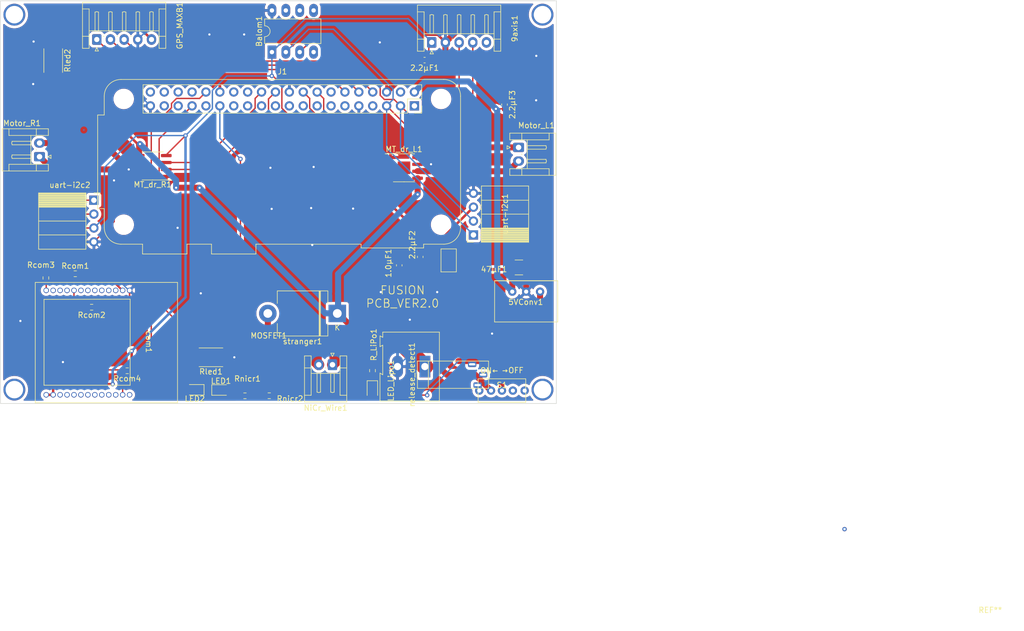
<source format=kicad_pcb>
(kicad_pcb (version 20211014) (generator pcbnew)
  (title_block (title "ARLISS_CanSat_PCB02") (date "2022-07-04") (company "FUSiON_NEO"))
  (layers (0 "F.Cu" signal) (31 "B.Cu" signal) (34 "B.Paste" user) (35 "F.Paste" user) (36 "B.SilkS" user "B.Silkscreen") (37 "F.SilkS" user "F.Silkscreen") (38 "B.Mask" user) (39 "F.Mask" user) (44 "Edge.Cuts" user))
  (net 0 "")
  (net 2 "Net-(GPS_MAXB1-Pad1)")
  (net 3 "Net-(GPS_MAXB1-Pad2)")
  (net 4 "Net-(GPS_MAXB1-Pad3)")
  (net 9 "Net-(J1-Pad16)")
  (net 10 "Net-(J1-Pad18)")
  (net 13 "Net-(J1-Pad22)")
  (net 15 "Net-(J1-Pad24)")
  (net 20 "Net-(J1-Pad29)")
  (net 22 "Net-(J1-Pad32)")
  (net 23 "Net-(J1-Pad33)")
  (net 30 "/ToMotor")
  (net 31 "Net-(LED1-Pad1)")
  (net 32 "Net-(MOSFET1-Pad2)")
  (net 33 "Raspi_GND")
  (net 34 "RasPi_Vcc")
  (net 35 "Sensor_Vcc")
  (net 36 "Net-(5VConv1-Pad1)")
  (net 37 "/SDA")
  (net 38 "/SCL")
  (net 43 "Net-(Rcom1-Pad2)")
  (net 50 "Net-(Rcom2-Pad2)")
  (net 54 "/UART_Tx")
  (net 64 "/UART_Rx")
  (net 70 "Net-(LED_Lipo1-Pad1)")
  (net 71 "Net-(MOSFET1-Pad1)")
  (net 72 "Net-(MT_dr_L1-Pad8)")
  (net 73 "Net-(MT_dr_L1-Pad6)")
  (net 74 "Net-(MT_dr_R1-Pad8)")
  (net 75 "Net-(MT_dr_R1-Pad6)")
  (net 77 "Net-(GPS_MAXB1-Pad5)")
  (footprint "hole:Hole_M3" (layer "F.Cu") (at 78.74 53.34)
    (fp_text reference "REF**" hide)
    (fp_text value "Hole_M3" hide)
  )
  (footprint "Capacitor_SMD:C_0603_1608Metric" (layer "F.Cu") (at 152.92 97.65 90)
    (fp_text reference "2.2μF2")
    (fp_text value "C")
  )
  (footprint "Connector_JST:JST_EH_S5B-EH_1x05_P2.50mm_Horizontal" (layer "F.Cu") (at 93.8 57.8825)
    (fp_text reference "GPS_MAXB1")
    (fp_text value "Conn_01x05" hide)
  )
  (footprint "Resistor_SMD:R_0603_1608Metric" (layer "F.Cu") (at 120.88 123.05 180)
    (fp_text reference "Rnicr1")
    (fp_text value "1k")
  )
  (footprint "Module:Raspberry_Pi_Zero_Socketed_THT_FaceDown_MountingHoles" (layer "F.Cu") (at 151.855 70.025 -90)
    (fp_text reference "J1")
    (fp_text value "Raspberry_Pi_zero")
  )
  (footprint "LED_SMD:LED_0805_2012Metric" (layer "F.Cu") (at 111.72 121.95 180)
    (fp_text reference "LED2")
    (fp_text value "OSR50805C1C" hide)
  )
  (footprint "Connector_PinSocket_2.54mm:PinSocket_1x04_P2.54mm_Horizontal" (layer "F.Cu") (at 162.64 93.63 180)
    (fp_text reference "uart-i2c1")
    (fp_text value "Conn_01x04")
  )
  (footprint "Mosfet:TK25s06N1L" (layer "F.Cu") (at 125.23 112.55)
    (fp_text reference "MOSFET1")
    (fp_text value "TK25S06N1L")
  )
  (footprint "Resistor_SMD:R_0603_1608Metric" (layer "F.Cu") (at 89.87 100.73)
    (fp_text reference "Rcom1")
    (fp_text value "10k")
  )
  (footprint "Resistor_SMD:R_0603_1608Metric" (layer "F.Cu") (at 125.32 123.04 180)
    (fp_text reference "Rnicr2")
    (fp_text value "10k")
  )
  (footprint "Diode_THT:D_5KPW_P12.70mm_Horizontal" (layer "F.Cu") (at 137.76 107.99 180)
    (fp_text reference "stranger1")
    (fp_text value "DIODE")
  )
  (footprint "LED_SMD:LED_0805_2012Metric" (layer "F.Cu") (at 116.5 121.99)
    (fp_text reference "LED1")
    (fp_text value "OSR50805C1C" hide)
  )
  (footprint "Connector_JST:JST_EH_S2B-EH_1x02_P2.50mm_Horizontal" (layer "F.Cu") (at 170.8875 77.62 -90)
    (fp_text reference "Motor_L1")
    (fp_text value "Conn_01x02" hide)
  )
  (footprint "Resistor_SMD:R_0603_1608Metric" (layer "F.Cu") (at 92.86 106.85 180)
    (fp_text reference "Rcom2")
    (fp_text value "10k")
  )
  (footprint "LED_SMD:LED_0805_2012Metric" (layer "F.Cu") (at 144.175 121.9875 -90)
    (fp_text reference "LED_Lipo1")
    (fp_text value "OSR50805C1C")
  )
  (footprint "Capacitor_SMD:C_0603_1608Metric" (layer "F.Cu") (at 149.08 99.19 -90)
    (fp_text reference "1.0μF1")
    (fp_text value "C")
  )
  (footprint "Resistor_SMD:R_0603_1608Metric" (layer "F.Cu") (at 84.5 101.5 -90)
    (fp_text reference "Rcom3")
    (fp_text value "10k")
  )
  (footprint "switch:SK-12D11VG3" (layer "F.Cu") (at 167.85 122.1)
    (fp_text reference "S1")
    (fp_text value "SK-12D11VG3")
  )
  (footprint "Connector_JST:JST_EH_S2B-EH_1x02_P2.50mm_Horizontal" (layer "F.Cu") (at 83.3385 79.3204 90)
    (fp_text reference "Motor_R1")
    (fp_text value "Conn_01x02" hide)
  )
  (footprint "Package_SO:HSOP-8-1EP_3.9x4.9mm_P1.27mm_EP2.3x2.3mm" (layer "F.Cu") (at 104.025 81.015 180)
    (fp_text reference "MT_dr_R1")
    (fp_text value "TB67H450FNG,EL")
  )
  (footprint "Capacitor_SMD:C_0603_1608Metric" (layer "F.Cu") (at 168.32 69.79 -90)
    (fp_text reference "2.2μF3")
    (fp_text value "C")
  )
  (footprint "switch:Release_Sensor" (layer "F.Cu") (at 159.9016 119.193 90)
    (fp_text reference "release_detect1")
    (fp_text value "Conn_01x02")
  )
  (footprint "Connector_JST:JST_EH_S2B-EH_1x02_P2.50mm_Horizontal" (layer "F.Cu") (at 136.875 117.3675 180)
    (fp_text reference "NiCr_Wire1")
    (fp_text value "Conn_01x02")
  )
  (footprint "transmission:RM-92A" (layer "F.Cu") (at 82.5568 102.319 -90)
    (fp_text reference "com1")
    (fp_text value "RM92A")
  )
  (footprint "RaspberryPiPico:RaspberryPiPico" (layer "F.Cu") (at 257.1074 162.754)
    (fp_text reference "REF**")
    (fp_text value "RaspberryPiPico")
  )
  (footprint "Package_SO:HSOP-8-1EP_3.9x4.9mm_P1.27mm_EP2.3x2.3mm" (layer "F.Cu") (at 149.95 81.35)
    (fp_text reference "MT_dr_L1")
    (fp_text value "TB67H450FNG,EL")
  )
  (footprint "Regulator:NJW4183U3-33B" (layer "F.Cu") (at 156.71 98.29 -90)
    (fp_text reference "U2" hide)
    (fp_text value "3V3Reg/NJW4183U3")
  )
  (footprint "Capacitor_SMD:C_0603_1608Metric" (layer "F.Cu") (at 153.71 61.65 180)
    (fp_text reference "2.2μF1")
    (fp_text value "C")
  )
  (footprint "Resistor_SMD:R_0603_1608Metric" (layer "F.Cu") (at 144.19 118.45 -90)
    (fp_text reference "R_LiPo1")
    (fp_text value "10k")
  )
  (footprint "Resistor_SMD:R_2512_6332Metric" (layer "F.Cu") (at 85.8352 61.7382 -90)
    (fp_text reference "Rled2")
    (fp_text value "200")
  )
  (footprint "Connector_PinSocket_2.54mm:PinSocket_1x04_P2.54mm_Horizontal" (layer "F.Cu") (at 93.27 87.28)
    (fp_text reference "uart-i2c2")
    (fp_text value "Conn_01x04")
  )
  (footprint "Connector_JST:JST_EH_S5B-EH_1x05_P2.50mm_Horizontal" (layer "F.Cu") (at 155.02 58.4125)
    (fp_text reference "9axis1")
    (fp_text value "Conn_01x05" hide)
  )
  (footprint "Regulator:M78AR05-1" (layer "F.Cu") (at 172.275 104 180)
    (fp_text reference "5VConv1")
    (fp_text value "M78AR05-1")
  )
  (footprint "Resistor_SMD:R_2512_6332Metric" (layer "F.Cu") (at 114.67 116.01 180)
    (fp_text reference "Rled1")
    (fp_text value "200")
  )
  (footprint "hole:Hole_M3" (layer "F.Cu") (at 78.74 121.92)
    (fp_text reference "REF**" hide)
    (fp_text value "Hole_M3" hide)
  )
  (footprint "Resistor_SMD:R_0603_1608Metric" (layer "F.Cu") (at 99.36 118.47 180)
    (fp_text reference "Rcom4")
    (fp_text value "10k")
  )
  (footprint "hole:Hole_M3" (layer "F.Cu") (at 175.26 53.34)
    (fp_text reference "REF**" hide)
    (fp_text value "Hole_M3" hide)
  )
  (footprint "TerminalBlock:TerminalBlock_Altech_AK300-2_P5.00mm" (layer "F.Cu") (at 153.765 117.7 180)
    (fp_text reference "J2" hide)
    (fp_text value "Conn_01x02" hide)
  )
  (footprint "Package_DIP:DIP-8_W7.62mm_LongPads" (layer "F.Cu") (at 125.81 60.185 90)
    (fp_text reference "Balom1")
    (fp_text value "Conn_02x04")
  )
  (footprint "Capacitor_SMD:C_1210_3225Metric" (layer "F.Cu") (at 170.95 99.575 180)
    (fp_text reference "47μF1")
    (fp_text value "C")
  )
  (footprint "hole:Hole_M3" (layer "F.Cu") (at 175.26 121.92)
    (fp_text reference "REF**" hide)
    (fp_text value "Hole_M3" hide)
  )
  (gr_rect (start 76.2 50.8) (end 177.8 124.46) (layer "Edge.Cuts") (width 0.1) (fill none))
  (gr_text "FUSION\nPCB_VER2.0" (at 149.6908 104.9436) (layer "F.SilkS") (effects (font (size 1.5 1.5))))
  (gr_text "→OFF\n" (at 169.7822 118.4056) (layer "F.SilkS") (effects (font (size 1 1))))
  (gr_text "ON←" (at 165.5658 118.431) (layer "F.SilkS") (effects (font (size 1 1))))
  (via (at 230.4628 147.4378) (size 0.8) (drill 0.4) (layers "F.Cu" "B.Cu") (net 0))
  (segment (start 91.43 74.44) (end 91.44 74.43) (width 0.25) (layer "B.Cu") (net 0))
  (segment (start 135.045 63.375) (end 99.2925 63.375) (width 0.25) (layer "F.Cu") (net 2))
  (segment (start 99.2925 63.375) (end 93.8 57.8825) (width 0.25) (layer "F.Cu") (net 2))
  (segment (start 139.155 67.485) (end 135.045 63.375) (width 0.25) (layer "F.Cu") (net 2))
  (segment (start 141.695 67.485) (end 136.78 62.57) (width 0.25) (layer "F.Cu") (net 3))
  (segment (start 136.78 62.57) (end 100.9875 62.57) (width 0.25) (layer "F.Cu") (net 3))
  (segment (start 100.9875 62.57) (end 96.3 57.8825) (width 0.25) (layer "F.Cu") (net 3))
  (segment (start 96.3 58.0075) (end 96.3 57.8825) (width 0.25) (layer "F.Cu") (net 3))
  (segment (start 102.7425 61.825) (end 98.8 57.8825) (width 0.25) (layer "F.Cu") (net 4))
  (segment (start 138.575 61.825) (end 102.7425 61.825) (width 0.25) (layer "F.Cu") (net 4))
  (segment (start 144.235 67.485) (end 138.575 61.825) (width 0.25) (layer "F.Cu") (net 4))
  (segment (start 135.27 68.68) (end 134.075 67.485) (width 0.25) (layer "F.Cu") (net 9))
  (segment (start 144.773556 80.715) (end 135.27 71.211444) (width 0.25) (layer "F.Cu") (net 9))
  (segment (start 147.475 80.715) (end 144.773556 80.715) (width 0.25) (layer "F.Cu") (net 9))
  (segment (start 135.27 71.211444) (end 135.27 68.68) (width 0.25) (layer "F.Cu") (net 9))
  (segment (start 147.475 81.985) (end 144.245 81.985) (width 0.25) (layer "F.Cu") (net 10))
  (segment (start 132.71 70.45) (end 132.71 68.66) (width 0.25) (layer "F.Cu") (net 10))
  (segment (start 144.245 81.985) (end 132.71 70.45) (width 0.25) (layer "F.Cu") (net 10))
  (segment (start 132.71 68.66) (end 131.535 67.485) (width 0.25) (layer "F.Cu") (net 10))
  (segment (start 125.185 71.286444) (end 125.185 68.755) (width 0.25) (layer "F.Cu") (net 13))
  (segment (start 106.5 81.65) (end 114.821444 81.65) (width 0.25) (layer "F.Cu") (net 13))
  (segment (start 125.185 68.755) (end 126.455 67.485) (width 0.25) (layer "F.Cu") (net 13))
  (segment (start 114.821444 81.65) (end 125.185 71.286444) (width 0.25) (layer "F.Cu") (net 13))
  (segment (start 106.5 80.38) (end 112.8 80.38) (width 0.25) (layer "F.Cu") (net 15))
  (segment (start 122.74 70.44) (end 122.74 68.66) (width 0.25) (layer "F.Cu") (net 15))
  (segment (start 112.8 80.38) (end 122.74 70.44) (width 0.25) (layer "F.Cu") (net 15))
  (segment (start 122.74 68.66) (end 123.915 67.485) (width 0.25) (layer "F.Cu") (net 15))
  (segment (start 120.055 79.725) (end 120.06 79.72) (width 0.25) (layer "F.Cu") (net 20))
  (segment (start 120.055 123.05) (end 120.055 79.725) (width 0.25) (layer "F.Cu") (net 20))
  (via (at 120.06 79.72) (size 0.8) (drill 0.4) (layers "F.Cu" "B.Cu") (net 20))
  (segment (start 116.295 75.955) (end 116.295 70.025) (width 0.25) (layer "B.Cu") (net 20))
  (segment (start 120.06 79.72) (end 116.295 75.955) (width 0.25) (layer "B.Cu") (net 20))
  (segment (start 110.7825 121.7925) (end 103.76 114.77) (width 0.25) (layer "F.Cu") (net 22))
  (segment (start 107.46 70.361701) (end 107.46 69.578299) (width 0.25) (layer "F.Cu") (net 22))
  (segment (start 112.58 68.66) (end 113.755 67.485) (width 0.25) (layer "F.Cu") (net 22))
  (segment (start 108.378299 68.66) (end 112.58 68.66) (width 0.25) (layer "F.Cu") (net 22))
  (segment (start 110.7825 121.95) (end 110.7825 121.7925) (width 0.25) (layer "F.Cu") (net 22))
  (segment (start 107.46 69.578299) (end 108.378299 68.66) (width 0.25) (layer "F.Cu") (net 22))
  (segment (start 103.76 114.77) (end 103.76 74.061701) (width 0.25) (layer "F.Cu") (net 22))
  (segment (start 103.76 74.061701) (end 107.46 70.361701) (width 0.25) (layer "F.Cu") (net 22))
  (segment (start 117.4375 121.99) (end 117.4375 118.415673) (width 0.25) (layer "F.Cu") (net 23))
  (segment (start 117.4375 118.415673) (end 105.2 106.178173) (width 0.25) (layer "F.Cu") (net 23))
  (segment (start 105.2 106.178173) (end 105.2 76.04) (width 0.25) (layer "F.Cu") (net 23))
  (segment (start 105.2 76.04) (end 111.215 70.025) (width 0.25) (layer "F.Cu") (net 23))
  (segment (start 140.7201 110.7901) (end 140.8175 110.8875) (width 1.1) (layer "F.Cu") (net 30))
  (segment (start 101.55 79.11) (end 101.55 77.14) (width 1.1) (layer "F.Cu") (net 30))
  (segment (start 137.5242 115.002) (end 137.702 115.002) (width 1.1) (layer "F.Cu") (net 30))
  (segment (start 152.44 86.22) (end 152.44 83.27) (width 1.1) (layer "F.Cu") (net 30))
  (segment (start 92.98 68.71) (end 101.27 77) (width 0.45) (layer "F.Cu") (net 30))
  (segment (start 85.8352 64.7007) (end 85.8352 66.1152) (width 0.45) (layer "F.Cu") (net 30))
  (segment (start 137.76 107.99) (end 137.92 107.99) (width 1.1) (layer "F.Cu") (net 30))
  (segment (start 157.768 119.193) (end 159.9016 119.193) (width 1.1) (layer "F.Cu") (net 30))
  (segment (start 137.92 107.99) (end 140.8175 110.8875) (width 1.1) (layer "F.Cu") (net 30))
  (segment (start 162.943 119.193) (end 165.85 122.1) (width 1.1) (layer "F.Cu") (net 30))
  (segment (start 137.5242 114.0114) (end 137.5242 115.002) (width 1.1) (layer "F.Cu") (net 30))
  (segment (start 101.27 77) (end 101.69 77) (width 0.45) (layer "F.Cu") (net 30))
  (segment (start 134.375 114.5452) (end 131.8854 112.0556) (width 1.1) (layer "F.Cu") (net 30))
  (segment (start 159.9016 119.193) (end 162.943 119.193) (width 1.1) (layer "F.Cu") (net 30))
  (segment (start 134.375 114.5452) (end 133.5702 115.35) (width 1.1) (layer "F.Cu") (net 30))
  (segment (start 130.3075 113.3) (end 125.23 113.3) (width 3) (layer "F.Cu") (net 30))
  (segment (start 139.1498 112.7414) (end 138.972 112.5636) (width 1.1) (layer "F.Cu") (net 30))
  (segment (start 152.44 83.27) (end 152.425 83.255) (width 1.1) (layer "F.Cu") (net 30))
  (segment (start 108.3 84.99) (end 112.57 84.99) (width 1.1) (layer "F.Cu") (net 30))
  (segment (start 125.06 113.13) (end 125.23 113.3) (width 0.25) (layer "F.Cu") (net 30))
  (segment (start 133.5702 115.35) (end 132.3575 115.35) (width 1.1) (layer "F.Cu") (net 30))
  (segment (start 149.49 113.425) (end 140.8175 113.425) (width 3) (layer "F.Cu") (net 30))
  (segment (start 156.275 117.7) (end 157.768 119.193) (width 1.1) (layer "F.Cu") (net 30))
  (segment (start 131.5298 112.0556) (end 130.3854 113.2) (width 1.1) (layer "F.Cu") (net 30))
  (segment (start 153.765 117.7) (end 156.275 117.7) (width 1.1) (layer "F.Cu") (net 30))
  (segment (start 134.375 117.3675) (end 134.375 114.5452) (width 1.1) (layer "F.Cu") (net 30))
  (segment (start 139.1498 113.5542) (end 139.1498 112.7414) (width 1.1) (layer "F.Cu") (net 30))
  (segment (start 140.7201 110.7901) (end 137.9 107.97) (width 0.25) (layer "F.Cu") (net 30))
  (segment (start 88.43 68.71) (end 92.98 68.71) (width 0.45) (layer "F.Cu") (net 30))
  (segment (start 112.57 84.99) (end 112.59 85.01) (width 1.1) (layer "F.Cu") (net 30))
  (segment (start 125.06 107.99) (end 125.06 113.03) (width 1.1) (layer "F.Cu") (net 30))
  (segment (start 101.55 77.14) (end 101.69 77) (width 1.1) (layer "F.Cu") (net 30))
  (segment (start 134.375 117.3675) (end 132.3575 115.35) (width 2) (layer "F.Cu") (net 30))
  (segment (start 153.765 117.7) (end 149.49 113.425) (width 3) (layer "F.Cu") (net 30))
  (segment (start 138.972 112.5636) (end 136.875 114.6606) (width 1.1) (layer "F.Cu") (net 30))
  (segment (start 140.8175 113.425) (end 136.875 117.3675) (width 2) (layer "F.Cu") (net 30))
  (segment (start 130.3854 113.2) (end 125.23 113.2) (width 1.1) (layer "F.Cu") (net 30))
  (segment (start 137.702 115.002) (end 139.1498 113.5542) (width 1.1) (layer "F.Cu") (net 30))
  (segment (start 140.8175 110.8875) (end 140.8175 113.425) (width 1.1) (layer "F.Cu") (net 30))
  (segment (start 132.3575 115.35) (end 130.3075 113.3) (width 3) (layer "F.Cu") (net 30))
  (segment (start 131.8854 112.0556) (end 131.5298 112.0556) (width 1.1) (layer "F.Cu") (net 30))
  (segment (start 85.8352 66.1152) (end 88.43 68.71) (width 0.45) (layer "F.Cu") (net 30))
  (segment (start 125.06 113.03) (end 125.23 113.2) (width 1.1) (layer "F.Cu") (net 30))
  (segment (start 125.06 107.99) (end 125.06 113.13) (width 0.25) (layer "F.Cu") (net 30))
  (segment (start 136.875 114.6606) (end 136.875 117.3675) (width 1.1) (layer "F.Cu") (net 30))
  (via (at 108.3 84.99) (size 0.8) (drill 0.4) (layers "F.Cu" "B.Cu") (net 30))
  (via (at 152.44 86.22) (size 0.8) (drill 0.4) (layers "F.Cu" "B.Cu") (net 30))
  (via (at 101.69 77) (size 0.8) (drill 0.4) (layers "F.Cu" "B.Cu") (net 30))
  (via (at 112.59 85.01) (size 0.8) (drill 0.4) (layers "F.Cu" "B.Cu") (net 30))
  (segment (start 137.86 104.39) (end 137.9 104.43) (width 1.1) (layer "B.Cu") (net 30))
  (segment (start 108.3 83.61) (end 101.69 77) (width 1.1) (layer "B.Cu") (net 30))
  (segment (start 135.55 107.97) (end 112.59 85.01) (width 1.1) (layer "B.Cu") (net 30))
  (segment (start 137.9 107.97) (end 135.55 107.97) (width 1.1) (layer "B.Cu") (net 30))
  (segment (start 137.9 107.97) (end 137.9 100.76) (width 1.1) (layer "B.Cu") (net 30))
  (segment (start 108.3 84.99) (end 108.3 83.61) (width 1.1) (layer "B.Cu") (net 30))
  (segment (start 137.9 100.76) (end 152.44 86.22) (width 1.1) (layer "B.Cu") (net 30))
  (segment (start 137.9 104.43) (end 137.9 107.97) (width 1.1) (layer "B.Cu") (net 30))
  (segment (start 137.86 100.8) (end 152.44 86.22) (width 0.25) (layer "B.Cu") (net 30))
  (segment (start 137.86 104.39) (end 137.86 100.8) (width 0.25) (layer "B.Cu") (net 30))
  (segment (start 115.5225 121.95) (end 115.5625 121.99) (width 0.25) (layer "F.Cu") (net 31))
  (segment (start 112.6575 121.95) (end 115.5225 121.95) (width 0.25) (layer "F.Cu") (net 31))
  (segment (start 112.6575 121.95) (end 112.6575 116.96) (width 0.25) (layer "F.Cu") (net 31))
  (segment (start 112.6575 116.96) (end 111.7075 116.01) (width 0.25) (layer "F.Cu") (net 31))
  (segment (start 165.27 54.51) (end 161.54 54.51) (width 0.45) (layer "F.Cu") (net 33))
  (segment (start 118.98 116.05) (end 118.94 116.01) (width 0.25) (layer "F.Cu") (net 33))
  (segment (start 174.71462 75.56538) (end 168.32 69.170761) (width 0.45) (layer "F.Cu") (net 33))
  (segment (start 127.53 121.655) (end 127.53 120.85) (width 0.25) (layer "F.Cu") (net 33))
  (segment (start 153.055 98.29) (end 156.21 98.29) (width 0.25) (layer "F.Cu") (net 33))
  (segment (start 93.695 106.86) (end 93.685 106.85) (width 0.25) (layer "F.Cu") (net 33))
  (segment (start 159.25 96.2) (end 169.05 96.2) (width 0.45) (layer "F.Cu") (net 33))
  (segment (start 157.16 98.29) (end 159.25 96.2) (width 0.25) (layer "F.Cu") (net 33))
  (segment (start 106.5 104.8775) (end 117.6325 116.01) (width 0.25) (layer "F.Cu") (net 33))
  (segment (start 156.22 57.1125) (end 152.7625 57.1125) (width 0.25) (layer "F.Cu") (net 33))
  (segment (start 101.77 81.65) (end 101.82 81.7) (width 0.25) (layer "F.Cu") (net 33))
  (segment (start 168.32 57.56) (end 165.27 54.51) (width 1.1) (layer "F.Cu") (net 33))
  (segment (start 96.95 85.720002) (end 96.974999 85.745001) (width 0.25) (layer "F.Cu") (net 33))
  (segment (start 157.52 58.4125) (end 161.4225 54.51) (width 1.1) (layer "F.Cu") (net 33))
  (segment (start 99.79 103.9) (end 99.79 105.08) (width 0.25) (layer "F.Cu") (net 33))
  (segment (start 168.25 57.49) (end 165.27 54.51) (width 0.25) (layer "F.Cu") (net 33))
  (segment (start 154.875 80.715) (end 154.89 80.7) (width 0.25) (layer "F.Cu") (net 33))
  (segment (start 146.9025 62.9725) (end 146.775 63.1) (width 0.45) (layer "F.Cu") (net 33))
  (segment (start 172.275 104) (end 172.275 99.725) (width 1.1) (layer "F.Cu") (net 33))
  (segment (start 152.7625 57.1125) (end 149.9775 59.8975) (width 0.25) (layer "F.Cu") (net 33))
  (segment (start 155.5582 64.837) (end 149.423 64.837) (width 1.1) (layer "F.Cu") (net 33))
  (segment (start 157.52 62.8752) (end 155.5582 64.837) (width 1.1) (layer "F.Cu") (net 33))
  (segment (start 99.7968 105.0732) (end 99.79 105.08) (width 0.25) (layer "F.Cu") (net 33))
  (segment (start 157.52 58.4125) (end 157.52 62.8752) (width 1.1) (layer "F.Cu") (net 33))
  (segment (start 149.08 98.415) (end 157.035 98.415) (width 0.45) (layer "F.Cu") (net 33))
  (segment (start 93.27 94.9) (end 96.974999 91.195001) (width 0.25) (layer "F.Cu") (net 33))
  (segment (start 96.95 83.66) (end 96.95 85.720002) (width 0.25) (layer "F.Cu") (net 33))
  (segment (start 149.08 98.415) (end 152.91 98.415) (width 0.25) (layer "F.Cu") (net 33))
  (segment (start 175.065 98.295) (end 175.065 75.91576) (width 1.1) (layer "F.Cu") (net 33))
  (segment (start 112.06 92.33) (end 117.6325 97.9025) (width 0.25) (layer "F.Cu") (net 33))
  (segment (start 126.145 123.04) (end 127.53 121.655) (width 0.25) (layer "F.Cu") (net 33))
  (segment (start 147.0575 62.8175) (end 146.9025 62.9725) (width 0.25) (layer "F.Cu") (net 33))
  (segment (start 152.8625 57.0125) (end 147.0575 62.8175) (width 0.45) (layer "F.Cu") (net 33))
  (segment (start 157.52 58.4125) (end 156.22 57.1125) (width 0.25) (layer "F.Cu") (net 33))
  (segment (start 140.95 117.525) (end 141.125 117.7) (width 1.1) (layer "F.Cu") (net 33))
  (segment (start 152.425 80.715) (end 154.875 80.715) (width 0.25) (layer "F.Cu") (net 33))
  (segment (start 172.275 99.725) (end 172.275 102.913) (width 0.25) (layer "F.Cu") (net 33))
  (segment (start 99.79 105.08) (end 98.01 106.86) (width 0.25) (layer "F.Cu") (net 33))
  (segment (start 157.035 98.415) (end 159.25 96.2) (width 0.45) (layer "F.Cu") (net 33))
  (segment (start 152.91 98.415) (end 152.92 98.425) (width 0.25) (layer "F.Cu") (net 33))
  (segment (start 146.775 63.1) (end 146.775 67.485) (width 0.45) (layer "F.Cu") (net 33))
  (segment (start 106.5 82.92) (end 106.5 104.8775) (width 0.25) (layer "F.Cu") (net 33))
  (segment (start 152.92 98.425) (end 153.055 98.29) (width 0.25) (layer "F.Cu") (net 33))
  (segment (start 169.05 96.2) (end 172.425 99.575) (width 0.45) (layer "F.Cu") (net 33))
  (segment (start 168.32 57.56) (end 168.25 57.49) (width 0.45) (layer "F.Cu") (net 33))
  (segment (start 99.7968 103.769) (end 99.7968 105.0732) (width 0.25) (layer "F.Cu") (net 33))
  (segment (start 161.4225 54.51) (end 165.27 54.51) (width 1.1) (layer "F.Cu") (net 33))
  (segment (start 161.54 54.51) (end 161.4225 54.51) (width 0.25) (layer "F.Cu") (net 33))
  (segment (start 173.785 99.575) (end 175.065 98.295) (width 1.1) (layer "F.Cu") (net 33))
  (segment (start 168.32 69.170761) (end 168.32 69.015) (width 0.45) (layer "F.Cu") (net 33))
  (segment (start 117.6325 116.01) (end 118.94 116.01) (width 0.25) (layer "F.Cu") (net 33))
  (segment (start 149.9775 59.8975) (end 147.0575 62.8175) (width 0.25) (layer "F.Cu") (net 33))
  (segment (start 152.935 61.65) (end 151.73 61.65) (width 0.25) (layer "F.Cu") (net 33))
  (segment (start 96.974999 91.195001) (end 96.974999 85.745001) (width 0.25) (layer "F.Cu") (net 33))
  (segment (start 156.12 57.0125) (end 152.8625 57.0125) (width 0.45) (layer "F.Cu") (net 33))
  (segment (start 99.64 81.65) (end 101.55 81.65) (width 0.25) (layer "F.Cu") (net 33))
  (segment (start 174.71462 75.56538) (end 175.065 75.91576) (width 0.45) (layer "F.Cu") (net 33))
  (segment (start 172.425 99.575) (end 173.785 99.575) (width 1.1) (layer "F.Cu") (net 33))
  (segment (start 156.21 98.29) (end 157.16 98.29) (width 0.25) (layer "F.Cu") (net 33))
  (segment (start 149.423 64.837) (end 146.775 67.485) (width 1.1) (layer "F.Cu") (net 33))
  (segment (start 101.55 81.65) (end 101.77 81.65) (width 0.25) (layer "F.Cu") (net 33))
  (segment (start 168.32 69.015) (end 168.32 57.56) (width 1.1) (layer "F.Cu") (net 33))
  (segment (start 137.33 120.85) (end 137.4775 120.9975) (width 0.25) (layer "F.Cu") (net 33))
  (segment (start 127.53 120.85) (end 137.33 120.85) (width 1.1) (layer "F.Cu") (net 33))
  (segment (start 157.52 58.4125) (end 156.12 57.0125) (width 0.45) (layer "F.Cu") (net 33))
  (segment (start 137.4775 120.9975) (end 140.95 117.525) (width 1.1) (layer "F.Cu") (net 33))
  (segment (start 151.73 61.65) (end 149.9775 59.8975) (width 0.25) (layer "F.Cu") (net 33))
  (segment (start 98.01 106.86) (end 93.695 106.86) (width 0.25) (layer "F.Cu") (net 33))
  (segment (start 141.125 117.7) (end 148.765 117.7) (width 1.1) (layer "F.Cu") (net 33))
  (segment (start 172.275 99.725) (end 172.425 99.575) (width 1.1) (layer "F.Cu") (net 33))
  (segment (start 108.57 92.33) (end 112.06 92.33) (width 0.25) (layer "F.Cu") (net 33))
  (segment (start 117.6325 97.9025) (end 117.6325 116.01) (width 0.25) (layer "F.Cu") (net 33))
  (via (at 125.5354 81.347) (size 0.8) (drill 0.4) (layers "F.Cu" "B.Cu") (net 33))
  (via (at 133.4348 81.1946) (size 0.8) (drill 0.4) (layers "F.Cu" "B.Cu") (net 33))
  (via (at 151.0116 109.1346) (size 0.8) (drill 0.4) (layers "F.Cu" "B.Cu") (net 33))
  (via (at 79.8408 109.3632) (size 0.8) (drill 0.4) (layers "F.Cu" "B.Cu") (net 33))
  (via (at 174.1256 60.8746) (size 0.8) (drill 0.4) (layers "F.Cu" "B.Cu") (net 33))
  (via (at 174.1002 69.0026) (size 0.8) (drill 0.4) (layers "F.Cu" "B.Cu") (net 33))
  (via (at 96.95 83.66) (size 0.8) (drill 0.4) (layers "F.Cu" "B.Cu") (net 33))
  (via (at 140.6484 88.8146) (size 0.8) (drill 0.4) (layers "F.Cu" "B.Cu") (net 33))
  (via (at 133.1808 95.4694) (size 0.8) (drill 0.4) (layers "F.Cu" "B.Cu") (net 33))
  (via (at 87.6132 116.8816) (size 0.8) (drill 0.4) (layers "F.Cu" "B.Cu") (net 33))
  (via (at 156.0154 104.08) (size 0.8) (drill 0.4) (layers "F.Cu" "B.Cu") (net 33))
  (via (at 82.1776 66.0308) (size 0.8) (drill 0.4) (layers "F.Cu" "B.Cu") (net 33))
  (via (at 166.0484 111.6746) (size 0.8) (drill 0.4) (layers "F.Cu" "B.Cu") (net 33))
  (via (at 120.7348 56.963) (size 0.8) (drill 0.4) (layers "F.Cu" "B.Cu") (net 33))
  (via (at 145.5252 58.4108) (size 0.8) (drill 0.4) (layers "F.Cu" "B.Cu") (net 33))
  (via (at 118.94 116.01) (size 0.8) (drill 0.4) (layers "F.Cu" "B.Cu") (net 33))
  (via (at 108.57 92.33) (size 0.8) (drill 0.4) (layers "F.Cu" "B.Cu") (net 33))
  (via (at 125.764 88.8654) (size 0.8) (drill 0.4) (layers "F.Cu" "B.Cu") (net 33))
  (via (at 99.64 81.65) (size 0.8) (drill 0.4) (layers "F.Cu" "B.Cu") (net 33))
  (via (at 132.9776 88.713) (size 0.8) (drill 0.4) (layers "F.Cu" "B.Cu") (net 33))
  (via (at 82.2538 58.2584) (size 0.8) (drill 0.4) (layers "F.Cu" "B.Cu") (net 33))
  (via (at 114.3848 56.963) (size 0.8) (drill 0.4) (layers "F.Cu" "B.Cu") (net 33))
  (via (at 154.89 80.7) (size 0.8) (drill 0.4) (layers "F.Cu" "B.Cu") (net 33))
  (via (at 112.81 104.3086) (size 0.8) (drill 0.4) (layers "F.Cu" "B.Cu") (net 33))
  (via (at 145.703 104.08) (size 0.8) (drill 0.4) (layers "F.Cu" "B.Cu") (net 33))
  (segment (start 162.64 86.01) (end 157.33 80.7) (width 0.25) (layer "B.Cu") (net 33))
  (segment (start 168.485 107.79) (end 167.8 107.79) (width 0.25) (layer "B.Cu") (net 33))
  (segment (start 101.3 67.73) (end 103.595 70.025) (width 0.25) (layer "B.Cu") (net 33))
  (segment (start 148.765 117.7) (end 158.675 107.79) (width 0.25) (layer "B.Cu") (net 33))
  (segment (start 95.61 99.72) (end 99.79 103.9) (width 0.25) (layer "B.Cu") (net 33))
  (segment (start 125.81 52.565) (end 106.6175 52.565) (width 0.25) (layer "B.Cu") (net 33))
  (segment (start 118.94 116.01) (end 127.15 116.01) (width 0.25) (layer "B.Cu") (net 33))
  (segment (start 96.95 83.66) (end 105.62 92.33) (width 0.25) (layer "B.Cu") (net 33))
  (segment (start 101.3 65.56) (end 101.3 67.73) (width 0.25) (layer "B.Cu") (net 33))
  (segment (start 101.3 57.8825) (end 101.3 65.56) (width 0.25) (layer "B.Cu") (net 33))
  (segment (start 172.275 104) (end 168.485 107.79) (width 0.25) (layer "B.Cu") (net 33))
  (segment (start 96.95 83.63) (end 96.95 83.66) (width 0.25) (layer "B.Cu") (net 33))
  (segment (start 95.61 97.24) (end 93.27 94.9) (width 0.25) (layer "B.Cu") (net 33))
  (segment (start 98.93 81.65) (end 96.95 83.63) (width 0.25) (layer "B.Cu") (net 33))
  (segment (start 95.61 99.72) (end 95.61 97.24) (width 0.25) (layer "B.Cu") (net 33))
  (segment (start 131.89 120.75) (end 145.715 120.75) (width 0.25) (layer "B.Cu") (net 33))
  (segment (start 106.6175 52.565) (end 101.3 57.8825) (width 0.25) (layer "B.Cu") (net 33))
  (segment (start 99.64 81.65) (end 98.93 81.65) (width 0.25) (layer "B.Cu") (net 33))
  (segment (start 158.675 107.79) (end 167.8 107.79) (width 0.25) (layer "B.Cu") (net 33))
  (segment (start 127.15 116.01) (end 131.89 120.75) (width 0.25) (layer "B.Cu") (net 33))
  (segment (start 105.62 92.33) (end 108.57 92.33) (width 0.25) (layer "B.Cu") (net 33))
  (segment (start 145.715 120.75) (end 148.765 117.7) (width 0.25) (layer "B.Cu") (net 33))
  (segment (start 157.33 80.7) (end 154.89 80.7) (width 0.25) (layer "B.Cu") (net 33))
  (segment (start 169.475 99.575) (end 169.4 99.5) (width 0.25) (layer "F.Cu") (net 34))
  (segment (start 169.735 99.835) (end 169.475 99.575) (width 1.1) (layer "F.Cu") (net 34))
  (segment (start 149.08 99.965) (end 149.255 99.79) (width 0.25) (layer "F.Cu") (net 34))
  (segment (start 156.21 99.79) (end 169.26 99.79) (width 0.25) (layer "F.Cu") (net 34))
  (segment (start 149.08 99.965) (end 169.085 99.965) (width 0.45) (layer "F.Cu") (net 34))
  (segment (start 169.26 99.79) (end 169.475 99.575) (width 0.25) (layer "F.Cu") (net 34))
  (segment (start 169.735 104) (end 169.735 99.835) (width 1.1) (layer "F.Cu") (net 34))
  (segment (start 149.255 99.79) (end 156.21 99.79) (width 0.25) (layer "F.Cu") (net 34))
  (segment (start 166.62 70.44) (end 166.745 70.565) (width 0.25) (layer "F.Cu") (net 34))
  (segment (start 169.085 99.965) (end 169.475 99.575) (width 0.45) (layer "F.Cu") (net 34))
  (segment (start 168.32 70.565) (end 166.745 70.565) (width 0.25) (layer "F.Cu") (net 34))
  (via (at 166.745 70.565) (size 0.8) (drill 0.4) (layers "F.Cu" "B.Cu") (net 34))
  (segment (start 166.745 70.565) (end 161.735252 65.555252) (width 1.1) (layer "B.Cu") (net 34))
  (segment (start 166.99 100.9286) (end 166.99 70.81) (width 0.45) (layer "B.Cu") (net 34))
  (segment (start 166.99 101.255) (end 166.99 100.9286) (width 1.1) (layer "B.Cu") (net 34))
  (segment (start 169.735 104) (end 166.99 101.255) (width 1.1) (layer "B.Cu") (net 34))
  (segment (start 166.99 101.255) (end 166.99 70.81) (width 1.1) (layer "B.Cu") (net 34))
  (segment (start 151.855 67.485) (end 153.784748 65.555252) (width 1.1) (layer "B.Cu") (net 34))
  (segment (start 166.99 70.81) (end 166.745 70.565) (width 1.1) (layer "B.Cu") (net 34))
  (segment (start 153.784748 65.555252) (end 161.735252 65.555252) (width 1.1) (layer "B.Cu") (net 34))
  (segment (start 125.97 64.52) (end 125.82 64.52) (width 0.25) (layer "F.Cu") (net 35))
  (segment (start 106.5 78.97) (end 106.5 79.11) (width 0.25) (layer "F.Cu") (net 35))
  (segment (start 156.21 94.98) (end 156.21 96.79) (width 0.45) (layer "F.Cu") (net 35))
  (segment (start 147.475 83.255) (end 140.445 83.255) (width 0.25) (layer "F.Cu") (net 35))
  (segment (start 153.005 96.79) (end 152.92 96.875) (width 0.25) (layer "F.Cu") (net 35))
  (segment (start 93.27 92.36) (end 86.42 92.36) (width 0.25) (layer "F.Cu") (net 35))
  (segment (start 100.185 114.855) (end 100.185 118.47) (width 0.45) (layer "F.Cu") (net 35))
  (segment (start 86.6734 120.9202) (end 96.7064 120.9202) (width 0.45) (layer "F.Cu") (net 35))
  (segment (start 156.21 96.79) (end 147.475 88.055) (width 0.45) (layer "F.Cu") (net 35))
  (segment (start 156.21 96.79) (end 153.005 96.79) (width 0.25) (layer "F.Cu") (net 35))
  (segment (start 88.99 100.675) (end 89.045 100.73) (width 0.25) (layer "F.Cu") (net 35))
  (segment (start 154.485 61.65) (end 154.485 58.9475) (width 0.25) (layer "F.Cu") (net 35))
  (segment (start 100.29 114.66) (end 100.29 114.75) (width 0.25) (layer "F.Cu") (net 35))
  (segment (start 140.445 83.255) (end 127.63 70.44) (width 0.25) (layer "F.Cu") (net 35))
  (segment (start 125.82 64.52) (end 125.79 64.55) (width 0.25) (layer "F.Cu") (net 35))
  (segment (start 127.63 66.18) (end 125.97 64.52) (width 0.25) (layer "F.Cu") (net 35))
  (segment (start 127.63 70.44) (end 127.63 66.18) (width 0.25) (layer "F.Cu") (net 35))
  (segment (start 162.64 88.55) (end 156.21 94.98) (width 0.45) (layer "F.Cu") (net 35))
  (segment (start 85.8268 121.7668) (end 86.6734 120.9202) (width 0.45) (layer "F.Cu") (net 35))
  (segment (start 100.29 114.75) (end 100.185 114.855) (width 0.25) (layer "F.Cu") (net 35))
  (segment (start 84.5 100.675) (end 88.99 100.675) (width 0.25) (layer "F.Cu") (net 35))
  (segment (start 154.485 58.9475) (end 155.02 58.4125) (width 0.25) (layer "F.Cu") (net 35))
  (segment (start 84.5 94.28) (end 84.5 100.675) (width 0.25) (layer "F.Cu") (net 35))
  (segment (start 85.8268 122.869) (end 85.8268 121.7668) (width 0.45) (layer "F.Cu") (net 35))
  (segment (start 86.42 92.36) (end 84.5 94.28) (width 0.25) (layer "F.Cu") (net 35))
  (segment (start 84.5568 122.869) (end 85.8268 122.869) (width 0.45) (layer "F.Cu") (net 35))
  (segment (start 110.02 75.45) (end 106.5 78.97) (width 0.25) (layer "F.Cu") (net 35))
  (segment (start 147.475 88.055) (end 147.475 83.255) (width 0.45) (layer "F.Cu") (net 35))
  (via (at 100.185 114.855) (size 0.8) (drill 0.4) (layers "F.Cu" "B.Cu") (net 35))
  (via (at 96.7064 120.9202) (size 0.8) (drill 0.4) (layers "F.Cu" "B.Cu") (net 35))
  (via (at 110.02 75.45) (size 0.8) (drill 0.4) (layers "F.Cu" "B.Cu") (net 35))
  (via (at 125.79 64.55) (size 0.8) (drill 0.4) (layers "F.Cu" "B.Cu") (net 35))
  (segment (start 101.06 75.45) (end 95.19 81.32) (width 0.25) (layer "B.Cu") (net 35))
  (segment (start 114.93 70.55) (end 110.03 75.45) (width 0.25) (layer "B.Cu") (net 35))
  (segment (start 131.905 54.09) (end 125.81 60.185) (width 0.25) (layer "B.Cu") (net 35))
  (segment (start 155.02 58.4125) (end 155.02 58.38) (width 0.25) (layer "B.Cu") (net 35))
  (segment (start 155.02 58.38) (end 150.69 54.05) (width 0.25) (layer "B.Cu") (net 35))
  (segment (start 150.65 54.09) (end 131.905 54.09) (width 0.25) (layer "B.Cu") (net 35))
  (segment (start 110.02 75.45) (end 101.06 75.45) (width 0.25) (layer "B.Cu") (net 35))
  (segment (start 125.81 64.53) (end 125.81 60.185) (width 0.25) (layer "B.Cu") (net 35))
  (segment (start 125.79 64.55) (end 125.81 64.53) (width 0.25) (layer "B.Cu") (net 35))
  (segment (start 125.79 64.55) (end 117.568299 64.55) (width 0.25) (layer "B.Cu") (net 35))
  (segment (start 114.93 67.188299) (end 114.93 70.55) (width 0.25) (layer "B.Cu") (net 35))
  (segment (start 96.7064 120.9202) (end 96.7064 118.3336) (width 0.45) (layer "B.Cu") (net 35))
  (segment (start 95.19 81.32) (end 95.19 90.44) (width 0.25) (layer "B.Cu") (net 35))
  (segment (start 150.69 54.05) (end 150.65 54.09) (width 0.25) (layer "B.Cu") (net 35))
  (segment (start 96.7064 118.3336) (end 100.185 114.855) (width 0.45) (layer "B.Cu") (net 35))
  (segment (start 117.568299 64.55) (end 114.93 67.188299) (width 0.25) (layer "B.Cu") (net 35))
  (segment (start 100.185 114.855) (end 110.02 105.02) (width 0.45) (layer "B.Cu") (net 35))
  (segment (start 95.19 90.44) (end 93.27 92.36) (width 0.25) (layer "B.Cu") (net 35))
  (segment (start 110.03 75.45) (end 110.02 75.45) (width 0.25) (layer "B.Cu") (net 35))
  (segment (start 110.02 105.02) (end 110.02 75.45) (width 0.45) (layer "B.Cu") (net 35))
  (segment (start 144.175 122.925) (end 154.155 122.925) (width 0.25) (layer "F.Cu") (net 36))
  (segment (start 154.155 122.925) (end 154.18 122.95) (width 0.25) (layer "F.Cu") (net 36))
  (segment (start 170.1 115.975) (end 170.1 113.2) (width 0.45) (layer "F.Cu") (net 36))
  (segment (start 166.318 116.693) (end 167.85 118.225) (width 1.1) (layer "F.Cu") (net 36))
  (segment (start 167.85 118.225) (end 170.1 115.975) (width 1.1) (layer "F.Cu") (net 36))
  (segment (start 169.95 112.975) (end 172.375 110.55) (width 0.45) (layer "F.Cu") (net 36))
  (segment (start 159.9016 116.693) (end 166.318 116.693) (width 1.1) (layer "F.Cu") (net 36))
  (segment (start 174.815 104) (end 174.815 108.11) (width 1.1) (layer "F.Cu") (net 36))
  (segment (start 171.925 111) (end 172.375 110.55) (width 0.45) (layer "F.Cu") (net 36))
  (segment (start 167.85 122.1) (end 167.85 118.225) (width 1.1) (layer "F.Cu") (net 36))
  (segment (start 172.375 110.55) (end 174.815 108.11) (width 0.45) (layer "F.Cu") (net 36))
  (segment (start 170.1 115.975) (end 170.1 112.825) (width 1.1) (layer "F.Cu") (net 36))
  (segment (start 170.1 112.825) (end 174.815 108.11) (width 1.1) (layer "F.Cu") (net 36))
  (segment (start 171.96 111) (end 171.925 111) (width 0.45) (layer "F.Cu") (net 36))
  (via (at 154.18 122.95) (size 0.8) (drill 0.4) (layers "F.Cu" "B.Cu") (net 36))
  (segment (start 154.18 122.4146) (end 154.18 122.95) (width 0.25) (layer "B.Cu") (net 36))
  (segment (start 159.9016 116.693) (end 154.18 122.4146) (width 0.25) (layer "B.Cu") (net 36))
  (segment (start 145.6 66.53) (end 145.6 68.09) (width 0.25) (layer "F.Cu") (net 37))
  (segment (start 156.395 73.43) (end 160.02 69.805) (width 0.25) (layer "F.Cu") (net 37))
  (segment (start 152.72 73.43) (end 156.395 73.43) (width 0.25) (layer "F.Cu") (net 37))
  (segment (start 148.14 68.85) (end 149.315 70.025) (width 0.25) (layer "F.Cu") (net 37))
  (segment (start 137.35 58.28) (end 145.6 66.53) (width 0.25) (layer "F.Cu") (net 37))
  (segment (start 160.02 69.805) (end 160.02 58.4125) (width 0.25) (layer "F.Cu") (net 37))
  (segment (start 145.6 68.09) (end 146.36 68.85) (width 0.25) (layer "F.Cu") (net 37))
  (segment (start 132.795 58.28) (end 137.35 58.28) (width 0.25) (layer "F.Cu") (net 37))
  (segment (start 130.89 60.185) (end 132.795 58.28) (width 0.25) (layer "F.Cu") (net 37))
  (segment (start 146.36 68.85) (end 148.14 68.85) (width 0.25) (layer "F.Cu") (net 37))
  (segment (start 149.315 70.025) (end 152.72 73.43) (width 0.25) (layer "F.Cu") (net 37))
  (segment (start 149.315 77.765) (end 149.315 70.025) (width 0.25) (layer "B.Cu") (net 37))
  (segment (start 162.64 91.09) (end 149.315 77.765) (width 0.25) (layer "B.Cu") (net 37))
  (segment (start 152.025 75.275) (end 146.775 70.025) (width 0.25) (layer "F.Cu") (net 38))
  (segment (start 162.52 58.4125) (end 162.52 69.98) (width 0.25) (layer "F.Cu") (net 38))
  (segment (start 157.225 75.275) (end 152.025 75.275) (width 0.25) (layer "F.Cu") (net 38))
  (segment (start 162.52 69.98) (end 157.225 75.275) (width 0.25) (layer "F.Cu") (net 38))
  (segment (start 132.525 56.01) (end 137.07 56.01) (width 0.25) (layer "B.Cu") (net 38))
  (segment (start 146.775 77.765) (end 162.64 93.63) (width 0.25) (layer "B.Cu") (net 38))
  (segment (start 146.775 70.025) (end 146.775 77.765) (width 0.25) (layer "B.Cu") (net 38))
  (segment (start 147.95 66.89) (end 147.95 68.85) (width 0.25) (layer "B.Cu") (net 38))
  (segment (start 137.07 56.01) (end 147.95 66.89) (width 0.25) (layer "B.Cu") (net 38))
  (segment (start 147.95 68.85) (end 146.775 70.025) (width 0.25) (layer "B.Cu") (net 38))
  (segment (start 128.35 60.185) (end 132.525 56.01) (width 0.25) (layer "B.Cu") (net 38))
  (segment (start 93.11 98.49) (end 91.41 98.49) (width 0.25) (layer "F.Cu") (net 43))
  (segment (start 98.5268 103.769) (end 93.2478 98.49) (width 0.25) (layer "F.Cu") (net 43))
  (segment (start 90.695 99.205) (end 90.695 100.73) (width 0.25) (layer "F.Cu") (net 43))
  (segment (start 97.7018 102.944) (end 97.5762 102.944) (width 0.25) (layer "F.Cu") (net 43))
  (segment (start 98.5268 103.769) (end 97.7018 102.944) (width 0.25) (layer "F.Cu") (net 43))
  (segment (start 98.52 103.9) (end 93.11 98.49) (width 0.25) (layer "F.Cu") (net 43))
  (segment (start 91.41 98.49) (end 90.695 99.205) (width 0.25) (layer "F.Cu") (net 43))
  (segment (start 93.2478 98.49) (end 93.11 98.49) (width 0.25) (layer "F.Cu") (net 43))
  (segment (start 89.63 104.92) (end 89.63 103.9) (width 0.25) (layer "F.Cu") (net 50))
  (segment (start 92.035 106.85) (end 91.56 106.85) (width 0.25) (layer "F.Cu") (net 50))
  (segment (start 91.56 106.85) (end 89.63 104.92) (width 0.25) (layer "F.Cu") (net 50))
  (segment (start 84.5568 102.3818) (end 84.5 102.325) (width 0.25) (layer "F.Cu") (net 54))
  (segment (start 82.45 101.09) (end 83.685 102.325) (width 0.25) (layer "F.Cu") (net 54))
  (segment (start 93.27 89.82) (end 86.42 89.82) (width 0.25) (layer "F.Cu") (net 54))
  (segment (start 86.42 89.82) (end 82.45 93.79) (width 0.25) (layer "F.Cu") (net 54))
  (segment (start 84.5568 103.769) (end 84.5568 102.3818) (width 0.25) (layer "F.Cu") (net 54))
  (segment (start 82.45 93.79) (end 82.45 101.09) (width 0.25) (layer "F.Cu") (net 54))
  (segment (start 83.685 102.325) (end 84.5 102.325) (width 0.25) (layer "F.Cu") (net 54))
  (segment (start 86.4 87.3) (end 85.08 87.3) (width 0.25) (layer "F.Cu") (net 64))
  (segment (start 98.5268 118.4782) (end 98.535 118.47) (width 0.25) (layer "F.Cu") (net 64))
  (segment (start 98.5268 122.869) (end 98.5268 118.4782) (width 0.25) (layer "F.Cu") (net 64))
  (segment (start 98.375 118.31) (end 98.535 118.47) (width 0.25) (layer "F.Cu") (net 64))
  (segment (start 80.78 103.37) (end 95.72 118.31) (width 0.25) (layer "F.Cu") (net 64))
  (segment (start 86.42 87.28) (end 93.27 87.28) (width 0.25) (layer "F.Cu") (net 64))
  (segment (start 80.78 91.6) (end 80.78 103.37) (width 0.25) (layer "F.Cu") (net 64))
  (segment (start 85.08 87.3) (end 80.78 91.6) (width 0.25) (layer "F.Cu") (net 64))
  (segment (start 95.72 118.31) (end 98.375 118.31) (width 0.25) (layer "F.Cu") (net 64))
  (segment (start 86.4 87.3) (end 86.42 87.28) (width 0.25) (layer "F.Cu") (net 64))
  (segment (start 144.175 119.29) (end 144.19 119.275) (width 0.25) (layer "F.Cu") (net 70))
  (segment (start 144.175 121.05) (end 144.175 119.29) (width 0.25) (layer "F.Cu") (net 70))
  (segment (start 121.705 123.05) (end 121.705 122.075) (width 0.25) (layer "F.Cu") (net 71))
  (segment (start 121.705 122.075) (end 122.93 120.85) (width 0.25) (layer "F.Cu") (net 71))
  (segment (start 122.93 121.475) (end 124.495 123.04) (width 0.25) (layer "F.Cu") (net 71))
  (segment (start 122.93 120.85) (end 122.93 121.475) (width 0.25) (layer "F.Cu") (net 71))
  (segment (start 154.25 77.62) (end 152.425 79.445) (width 1.1) (layer "F.Cu") (net 72))
  (segment (start 170.8875 77.62) (end 154.25 77.62) (width 1.1) (layer "F.Cu") (net 72))
  (segment (start 170.8875 80.12) (end 169.0225 81.985) (width 1.1) (layer "F.Cu") (net 73))
  (segment (start 152.425 81.985) (end 169.0225 81.985) (width 0.25) (layer "F.Cu") (net 73))
  (segment (start 153.685 81.955) (end 152.425 81.955) (width 1.1) (layer "F.Cu") (net 73))
  (segment (start 153.715 81.985) (end 153.685 81.955) (width 1.1) (layer "F.Cu") (net 73))
  (segment (start 169.0225 81.985) (end 153.715 81.985) (width 1.1) (layer "F.Cu") (net 73))
  (segment (start 96.568146 81.6518) (end 85.6699 81.6518) (width 1.1) (layer "F.Cu") (net 74))
  (segment (start 97.836346 82.92) (end 96.568146 81.6518) (width 1.1) (layer "F.Cu") (net 74))
  (segment (start 101.55 82.92) (end 97.836346 82.92) (width 1.1) (layer "F.Cu") (net 74))
  (segment (start 85.6699 81.6518) (end 83.3385 79.3204) (width 1.1) (layer "F.Cu") (net 74))
  (segment (start 94.9484 76.8204) (end 98.538 80.41) (width 1.1) (layer "F.Cu") (net 75))
  (segment (start 83.3385 76.8204) (end 94.9484 76.8204) (width 1.1) (layer "F.Cu") (net 75))
  (segment (start 98.538 80.41) (end 101.55 80.41) (width 1.1) (layer "F.Cu") (net 75))
  (segment (start 100.3675 54.45) (end 103.8 57.8825) (width 0.45) (layer "F.Cu") (net 77))
  (segment (start 85.875 57.545) (end 88.97 54.45) (width 0.45) (layer "F.Cu") (net 77))
  (segment (start 85.875 58.7359) (end 85.8352 58.7757) (width 0.45) (layer "F.Cu") (net 77))
  (segment (start 85.8352 57.9028) (end 85.875 57.863) (width 0.45) (layer "F.Cu") (net 77))
  (segment (start 85.875 57.863) (end 85.875 57.545) (width 0.45) (layer "F.Cu") (net 77))
  (segment (start 88.97 54.45) (end 100.3675 54.45) (width 0.45) (layer "F.Cu") (net 77))
  (segment (start 85.8352 58.7757) (end 85.8352 57.9028) (width 0.25) (layer "F.Cu") (net 77))
  (segment (start 85.875 57.863) (end 85.875 58.7359) (width 0.45) (layer "F.Cu") (net 77))
  (zone (net 33) (net_name "Raspi_GND") (layer "F.Cu") (connect_pads (clearance 0.508)) (min_thickness 0.254) (fill yes (thermal_gap 0.508) (thermal_bridge_width 0.508))
    (polygon (pts (xy 177.7832 124.4508) (xy 76.1832 124.4508) (xy 76.1832 50.7908) (xy 177.7832 50.7908)))
  )
  (zone (net 33) (net_name "Raspi_GND") (layer "B.Cu") (connect_pads (clearance 0.508)) (min_thickness 0.254) (fill yes (thermal_gap 0.508) (thermal_bridge_width 0.508))
    (polygon (pts (xy 177.834 124.4762) (xy 76.2086 124.4762) (xy 76.2086 50.7908) (xy 177.834 50.7908)))
  )
)
</source>
